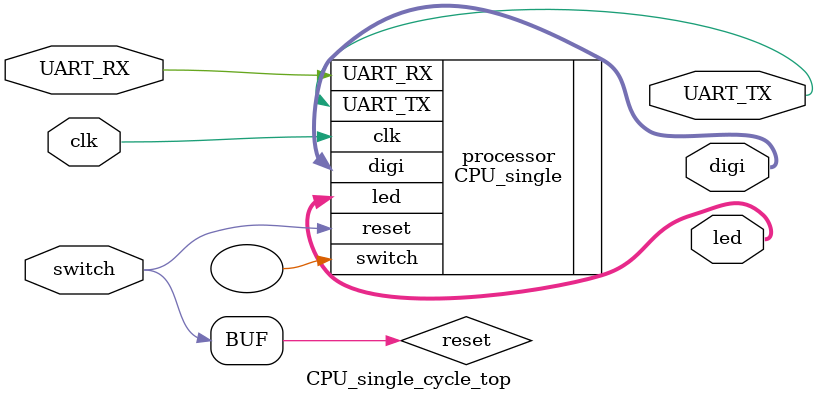
<source format=v>
module CPU_single_cycle_top (
	input clk,    // Clock
//	input [7:0] switch,
	input switch,
	input UART_RX,
	output [7:0] led,
	output [11:0] digi,
	output UART_TX
);

wire reset = switch;
// reg [1:0] counter;
// reg div_clk;
// initial begin
// 	div_clk = 0;
// 	counter = 0;
// end

// always @(posedge clk) begin 
// 	if(counter == 3) begin
// 		counter <= 0;
// 		div_clk <= ~div_clk;
// 	end
// 	else
// 		counter <= counter + 1;
// end


CPU_single processor(
	.reset (reset),
	.switch(),
	.led   (led),
	.digi  (digi),
	.clk    (clk),
	.UART_RX(UART_RX),
	.UART_TX(UART_TX)
	);


endmodule
</source>
